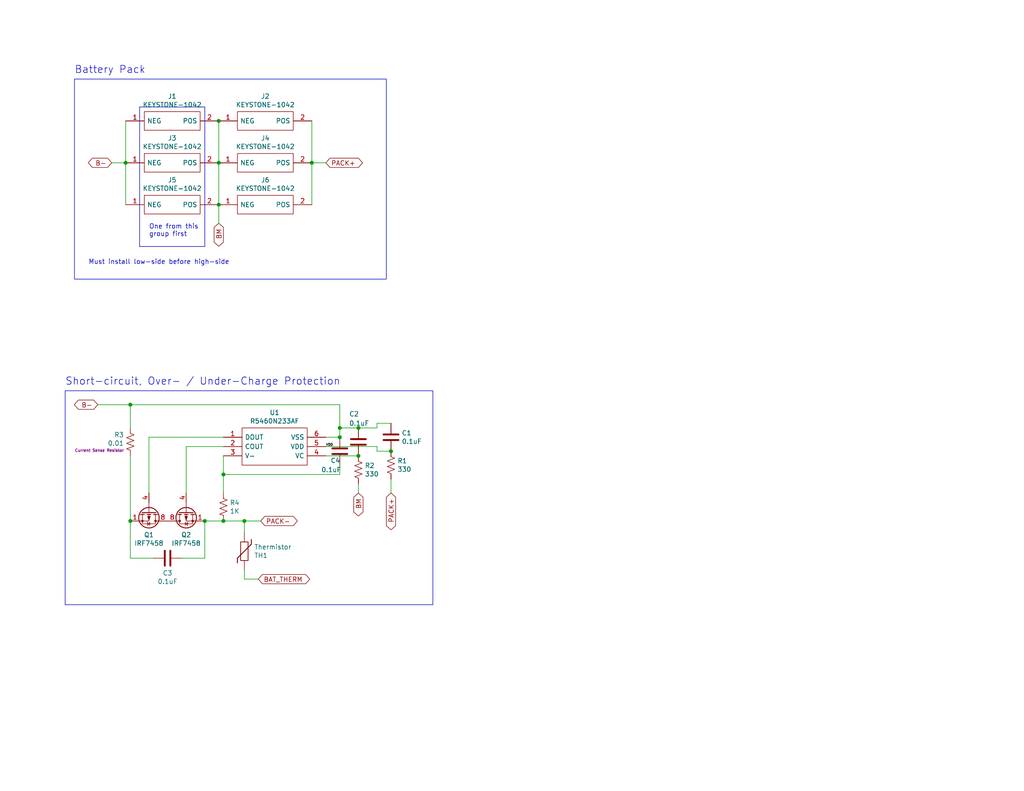
<source format=kicad_sch>
(kicad_sch (version 20230121) (generator eeschema)
  (paper "USLetter")
  (title_block (title "2S3P Power Board with Monitoring") (date "2023-10-30") (rev "v1.0") (company "TVSC") (comment 1 "See https://pycubed.org/ for details.") (comment 2 "Originally based on PyCubed Battery Board"))
  (lib_symbols
    (symbol "Device:C" (pin_numbers hide) (pin_names (offset 0.254))
      (property "Reference" "C" (at 0.635 2.54 0))
      (property "Value" "C" (at 0.635 -2.54 0))
      (symbol "C_0_1"
        (polyline (pts (xy -2.032 -0.762) (xy 2.032 -0.762)) (stroke (width 0.508)))
        (polyline (pts (xy -2.032 0.762) (xy 2.032 0.762)) (stroke (width 0.508)))
      )
      (symbol "C_1_1"
        (pin passive line (at 0 3.81 270) (length 2.794) (name "~") (number "1"))
        (pin passive line (at 0 -3.81 90) (length 2.794) (name "~") (number "2"))
      )
    )
    (symbol "Device:R_US" (pin_numbers hide) (pin_names (offset 0))
      (property "Reference" "R" (at 2.54 0 90))
      (property "Value" "R_US" (at -2.54 0 90))
      (symbol "R_US_0_1"
        (polyline (pts (xy 0 -2.286) (xy 0 -2.54)))
        (polyline (pts (xy 0 2.286) (xy 0 2.54)))
        (polyline (pts (xy 0 -0.762) (xy 1.016 -1.143) (xy 0 -1.524) (xy -1.016 -1.905) (xy 0 -2.286)))
        (polyline (pts (xy 0 0.762) (xy 1.016 0.381) (xy 0 0) (xy -1.016 -0.381) (xy 0 -0.762)))
        (polyline (pts (xy 0 2.286) (xy 1.016 1.905) (xy 0 1.524) (xy -1.016 1.143) (xy 0 0.762)))
      )
      (symbol "R_US_1_1"
        (pin passive line (at 0 3.81 270) (length 1.27) (name "~") (number "1"))
        (pin passive line (at 0 -3.81 90) (length 1.27) (name "~") (number "2"))
      )
    )
    (symbol "Device:Thermistor" (pin_numbers hide) (pin_names (offset 0))
      (property "Reference" "TH" (at 2.54 1.27 90))
      (property "Value" "Thermistor" (at -2.54 0 90))
      (symbol "Thermistor_0_1"
        (rectangle (start -1.016 2.54) (end 1.016 -2.54) (stroke (width 0.2032)))
        (polyline (pts (xy -1.905 3.175) (xy -1.905 1.905) (xy 1.905 -1.905) (xy 1.905 -3.175) (xy 1.905 -3.175)) (stroke (width 0.254)))
      )
      (symbol "Thermistor_1_1"
        (pin passive line (at 0 5.08 270) (length 2.54) (name "~") (number "1"))
        (pin passive line (at 0 -5.08 90) (length 2.54) (name "~") (number "2"))
      )
    )
    (symbol "Transistor_FET:IRF7404" (pin_names hide)
      (property "Reference" "Q" (at 5.08 1.905 0))
      (property "Value" "IRF7404" (at 5.08 0 0))
      (symbol "IRF7404_0_1"
        (polyline (pts (xy 0.254 0) (xy -2.54 0)))
        (polyline (pts (xy 0.254 1.905) (xy 0.254 -1.905)) (stroke (width 0.254)))
        (polyline (pts (xy 0.762 -1.27) (xy 0.762 -2.286)) (stroke (width 0.254)))
        (polyline (pts (xy 0.762 0.508) (xy 0.762 -0.508)) (stroke (width 0.254)))
        (polyline (pts (xy 0.762 2.286) (xy 0.762 1.27)) (stroke (width 0.254)))
        (polyline (pts (xy 2.54 2.54) (xy 2.54 1.778)))
        (polyline (pts (xy 2.54 -2.54) (xy 2.54 0) (xy 0.762 0)))
        (polyline (pts (xy 0.762 1.778) (xy 3.302 1.778) (xy 3.302 -1.778) (xy 0.762 -1.778)))
        (polyline (pts (xy 2.286 0) (xy 1.27 0.381) (xy 1.27 -0.381) (xy 2.286 0)) (fill (type outline)))
        (polyline (pts (xy 2.794 -0.508) (xy 2.921 -0.381) (xy 3.683 -0.381) (xy 3.81 -0.254)))
        (polyline (pts (xy 3.302 -0.381) (xy 2.921 0.254) (xy 3.683 0.254) (xy 3.302 -0.381)))
        (circle (center 1.651 0) (radius 2.794) (stroke (width 0.254)))
        (circle (center 2.54 -1.778) (radius 0.254) (fill (type outline)))
        (circle (center 2.54 1.778) (radius 0.254) (fill (type outline)))
      )
      (symbol "IRF7404_1_1"
        (pin passive line (at 2.54 -5.08 90) (length 2.54) (name "S") (number "1"))
        (pin passive line (at 2.54 -5.08 90) (length 2.54) hide (name "S") (number "2"))
        (pin passive line (at 2.54 -5.08 90) (length 2.54) hide (name "S") (number "3"))
        (pin passive line (at -5.08 0 0) (length 2.54) (name "G") (number "4"))
        (pin passive line (at 2.54 5.08 270) (length 2.54) hide (name "D") (number "5"))
        (pin passive line (at 2.54 5.08 270) (length 2.54) hide (name "D") (number "6"))
        (pin passive line (at 2.54 5.08 270) (length 2.54) hide (name "D") (number "7"))
        (pin passive line (at 2.54 5.08 270) (length 2.54) (name "D") (number "8"))
      )
    )
    (symbol "batteryboard-rescue:1042-symbols" (pin_names (offset 0.762))
      (property "Reference" "J" (at 11.43 6.35 0))
      (property "Value" "1042-symbols" (at 10.16 3.81 0))
      (symbol "1042-symbols_0_0"
        (pin unspecified line (at 0 0 0) (length 5.08) (name "NEG") (number "1"))
        (pin unspecified line (at 25.4 0 180) (length 5.08) (name "POS") (number "2"))
      )
      (symbol "1042-symbols_0_1"
        (polyline (pts (xy 5.08 2.54) (xy 20.32 2.54) (xy 20.32 -2.54) (xy 5.08 -2.54) (xy 5.08 2.54)) (stroke (width 0.1524)))
      )
    )
    (symbol "batteryboard-rescue:R5460N233AF-symbols" (pin_names (offset 0.762))
      (property "Reference" "U" (at 12.7 3.81 0))
      (property "Value" "R5460N233AF-symbols" (at 7.62 -8.89 0))
      (symbol "R5460N233AF-symbols_0_0"
        (pin unspecified line (at 0 0 0) (length 5.08) (name "DOUT") (number "1"))
        (pin unspecified line (at 0 -2.54 0) (length 5.08) (name "COUT") (number "2"))
        (pin unspecified line (at 0 -5.08 0) (length 5.08) (name "V-") (number "3"))
        (pin unspecified line (at 27.94 -5.08 180) (length 5.08) (name "VC") (number "4"))
        (pin unspecified line (at 27.94 -2.54 180) (length 5.08) (name "VDD") (number "5"))
        (pin unspecified line (at 27.94 0 180) (length 5.08) (name "VSS") (number "6"))
      )
      (symbol "R5460N233AF-symbols_0_1"
        (polyline (pts (xy 5.08 2.54) (xy 22.86 2.54) (xy 22.86 -7.62) (xy 5.08 -7.62) (xy 5.08 2.54)) (stroke (width 0.1524)))
      )
    )
  )
  (junction (at 92.71 119.38))
  (junction (at 106.68 123.19))
  (junction (at 59.69 44.45))
  (junction (at 59.69 33.02))
  (junction (at 35.56 142.24))
  (junction (at 55.88 142.24))
  (junction (at 34.29 44.45))
  (junction (at 85.09 44.45))
  (junction (at 66.675 142.24))
  (junction (at 59.69 55.88))
  (junction (at 60.96 142.24))
  (junction (at 92.71 116.84))
  (junction (at 60.96 129.54))
  (junction (at 97.79 124.46))
  (junction (at 35.56 110.49))
  (junction (at 97.79 116.84))
  (wire (pts (xy 35.56 110.49) (xy 26.67 110.49)))
  (wire (pts (xy 102.87 115.57) (xy 106.68 115.57)))
  (wire (pts (xy 60.96 129.54) (xy 60.96 124.46)))
  (wire (pts (xy 35.56 110.49) (xy 35.56 116.84)))
  (wire (pts (xy 59.69 55.88) (xy 59.69 60.96)))
  (wire (pts (xy 92.71 116.84) (xy 97.79 116.84)))
  (wire (pts (xy 50.8 121.92) (xy 60.96 121.92)))
  (wire (pts (xy 66.675 155.575) (xy 66.675 158.115)))
  (wire (pts (xy 55.88 142.24) (xy 60.96 142.24)))
  (wire (pts (xy 49.53 152.4) (xy 55.88 152.4)))
  (wire (pts (xy 92.71 116.84) (xy 92.71 110.49)))
  (wire (pts (xy 97.79 116.84) (xy 102.87 116.84)))
  (wire (pts (xy 85.09 55.88) (xy 85.09 44.45)))
  (wire (pts (xy 34.29 55.88) (xy 34.29 44.45)))
  (wire (pts (xy 66.675 158.115) (xy 70.485 158.115)))
  (wire (pts (xy 59.69 44.45) (xy 59.69 55.88)))
  (wire (pts (xy 92.71 116.84) (xy 92.71 119.38)))
  (wire (pts (xy 40.64 119.38) (xy 60.96 119.38)))
  (wire (pts (xy 59.69 33.02) (xy 59.69 44.45)))
  (polyline (pts (xy 38.1 29.21) (xy 55.88 29.21)))
  (wire (pts (xy 102.87 123.19) (xy 106.68 123.19)))
  (wire (pts (xy 106.68 134.62) (xy 106.68 130.81)))
  (polyline (pts (xy 55.88 67.31) (xy 38.1 67.31)))
  (wire (pts (xy 66.675 142.24) (xy 60.96 142.24)))
  (polyline (pts (xy 55.88 29.21) (xy 55.88 67.31)))
  (wire (pts (xy 102.87 121.92) (xy 102.87 123.19)))
  (wire (pts (xy 97.79 134.62) (xy 97.79 132.08)))
  (wire (pts (xy 55.88 152.4) (xy 55.88 142.24)))
  (wire (pts (xy 50.8 121.92) (xy 50.8 134.62)))
  (wire (pts (xy 35.56 142.24) (xy 35.56 124.46)))
  (wire (pts (xy 92.71 127) (xy 92.71 129.54)))
  (wire (pts (xy 41.91 152.4) (xy 35.56 152.4)))
  (wire (pts (xy 66.675 142.24) (xy 66.675 145.415)))
  (wire (pts (xy 88.9 124.46) (xy 97.79 124.46)))
  (wire (pts (xy 60.96 134.62) (xy 60.96 129.54)))
  (wire (pts (xy 92.71 110.49) (xy 35.56 110.49)))
  (polyline (pts (xy 38.1 67.31) (xy 38.1 29.21)))
  (wire (pts (xy 34.29 44.45) (xy 34.29 33.02)))
  (wire (pts (xy 102.87 116.84) (xy 102.87 115.57)))
  (wire (pts (xy 71.12 142.24) (xy 66.675 142.24)))
  (wire (pts (xy 85.09 44.45) (xy 88.9 44.45)))
  (wire (pts (xy 35.56 152.4) (xy 35.56 142.24)))
  (wire (pts (xy 40.64 134.62) (xy 40.64 119.38)))
  (wire (pts (xy 30.48 44.45) (xy 34.29 44.45)))
  (wire (pts (xy 88.9 119.38) (xy 92.71 119.38)))
  (wire (pts (xy 88.9 121.92) (xy 102.87 121.92)))
  (wire (pts (xy 85.09 44.45) (xy 85.09 33.02)))
  (wire (pts (xy 92.71 129.54) (xy 60.96 129.54)))
  (rectangle (start 17.78 106.68) (end 118.11 165.1))
  (rectangle (start 20.32 21.59) (end 105.41 76.2))
  (text "Must install low-side before high-side" (at 24.13 72.39 0) (effects (font (size 1.27 1.27)) (justify left bottom)))
  (text "Short-circuit, Over- / Under-Charge Protection" (at 17.78 105.41 0) (effects (font (size 2 2)) (justify left bottom)))
  (text "Battery Pack" (at 20.32 20.32 0) (effects (font (size 2 2)) (justify left bottom)))
  (text "One from this \ngroup first" (at 40.64 64.77 0) (effects (font (size 1.27 1.27)) (justify left bottom)))
  (label "VDD" (at 88.9 121.92 0) (effects (font (size 0.635 0.635))))
  (global_label "PACK+" (shape bidirectional) (at 106.68 134.62 270) (property "Intersheetrefs" "${INTERSHEET_REFS}" (effects hide)))
  (global_label "PACK+" (shape bidirectional) (at 88.9 44.45 0) (property "Intersheetrefs" "${INTERSHEET_REFS}" (effects hide)))
  (global_label "B-" (shape bidirectional) (at 30.48 44.45 180) (property "Intersheetrefs" "${INTERSHEET_REFS}" (effects hide)))
  (global_label "B-" (shape bidirectional) (at 26.67 110.49 180) (property "Intersheetrefs" "${INTERSHEET_REFS}" (effects hide)))
  (global_label "BM" (shape bidirectional) (at 97.79 134.62 270) (property "Intersheetrefs" "${INTERSHEET_REFS}" (effects hide)))
  (global_label "BM" (shape bidirectional) (at 59.69 60.96 270) (property "Intersheetrefs" "${INTERSHEET_REFS}" (effects hide)))
  (global_label "PACK-" (shape bidirectional) (at 71.12 142.24 0) (property "Intersheetrefs" "${INTERSHEET_REFS}" (effects hide)))
  (global_label "BAT_THERM" (shape bidirectional) (at 70.485 158.115 0) (property "Intersheetrefs" "${INTERSHEET_REFS}" (effects hide)))
  (symbol (lib_id "batteryboard-rescue:1042-symbols") (at 34.29 44.45 0) (unit 1)
    (property "Reference" "J3" (at 46.99 37.719 0))
    (property "Value" "KEYSTONE-1042" (at 46.99 40.0304 0))
    (property "Footprint" "custom-footprints:KEYSTONE-1042" (effects hide))
    (property "Datasheet" "http://www.mouser.com/ds/2/215/042-744829.pdf" (effects hide))
    (property "Description" "Cylindrical Battery Contacts, Clips, Holders & Springs 18650 S/M PC BATTERY HOLDER" (effects hide))
    (property "Manufacturer_Name" "Keystone Electronics" (effects hide))
    (property "Manufacturer_Part_Number" "1042" (effects hide))
    (property "Mouser Part Number" "534-1042" (effects hide))
    (property "Mouser Price/Stock" "https://www.mouser.com/Search/Refine.aspx?Keyword=534-1042" (effects hide))
    (instances (project "batteryboard" (path "" (reference "J3") (unit 1))) (project "2S3P Power Board" (path "" (reference "J2") (unit 1)) (path "" (reference "J3") (unit 1))))
  )
  (symbol (lib_id "Transistor_FET:IRF7404") (at 50.8 139.7 90) (mirror x) (unit 1)
    (property "Reference" "Q2" (at 50.8 146.0246 90))
    (property "Value" "IRF7458" (at 50.8 148.336 90))
    (property "Footprint" "Package_SO:SOIC-8_3.9x4.9mm_P1.27mm" (effects hide))
    (property "Datasheet" "http://www.infineon.com/dgdl/irf7404.pdf?fileId=5546d462533600a4015355fa2b5b1b9e" (effects hide))
  )
  (symbol (lib_id "batteryboard-rescue:R5460N233AF-symbols") (at 60.96 119.38 0) (unit 1)
    (property "Reference" "U1" (at 74.93 112.649 0))
    (property "Value" "R5460N233AF" (at 74.93 114.9604 0))
    (property "Footprint" "custom-footprints:SOT95P280X130-6N" (effects hide))
    (property "Datasheet" "http://www.mouser.com/datasheet/2/792/r5460-e-1085730.pdf" (effects hide))
    (property "Description" "Battery Management 2-Cell Li-ion Protection IC" (effects hide))
    (property "Height" "1.3" (effects hide))
    (property "Manufacturer_Name" "Ricoh Electronic Devices Company" (effects hide))
    (property "Manufacturer_Part_Number" "R5460N233AF-TR-FE" (effects hide))
    (property "Mouser Part Number" "848-R5460N233AFTRFE" (effects hide))
    (property "Mouser Price/Stock" "https://www.mouser.com/Search/Refine.aspx?Keyword=848-R5460N233AFTRFE" (effects hide))
  )
  (symbol (lib_id "Device:R_US") (at 106.68 127 180) (unit 1)
    (property "Reference" "R1" (at 108.4072 125.8316 0) (effects (justify right)))
    (property "Value" "330" (at 108.4072 128.143 0) (effects (justify right)))
    (property "Footprint" "Resistor_SMD:R_0603_1608Metric" (effects hide))
    (instances (project "batteryboard" (path "" (reference "R1") (unit 1))) (project "2S3P Power Board" (path "" (reference "R4") (unit 1)) (path "" (reference "R4") (unit 1)) (path "" (reference "R4") (unit 1))))
  )
  (symbol (lib_id "batteryboard-rescue:1042-symbols") (at 59.69 33.02 0) (unit 1)
    (property "Reference" "J2" (at 72.39 26.289 0))
    (property "Value" "KEYSTONE-1042" (at 72.39 28.6004 0))
    (property "Footprint" "custom-footprints:KEYSTONE-1042" (effects hide))
    (property "Datasheet" "http://www.mouser.com/ds/2/215/042-744829.pdf" (effects hide))
    (property "Description" "Cylindrical Battery Contacts, Clips, Holders & Springs 18650 S/M PC BATTERY HOLDER" (effects hide))
    (property "Manufacturer_Name" "Keystone Electronics" (effects hide))
    (property "Manufacturer_Part_Number" "1042" (effects hide))
    (property "Mouser Part Number" "534-1042" (effects hide))
    (property "Mouser Price/Stock" "https://www.mouser.com/Search/Refine.aspx?Keyword=534-1042" (effects hide))
    (instances (project "batteryboard" (path "" (reference "J2") (unit 1))) (project "2S3P Power Board" (path "" (reference "J4") (unit 1)) (path "" (reference "J2") (unit 1))))
  )
  (symbol (lib_id "Device:Thermistor") (at 66.675 150.495 0) (mirror x) (unit 1)
    (property "Reference" "TH1" (at 69.342 151.6634 0) (effects (justify left)))
    (property "Value" "Thermistor" (at 69.342 149.352 0) (effects (justify left)))
    (property "Footprint" "Resistor_THT:R_Axial_DIN0204_L3.6mm_D1.6mm_P5.08mm_Vertical" (effects hide))
  )
  (symbol (lib_id "Device:C") (at 92.71 123.19 0) (unit 1)
    (property "Reference" "C4" (at 90.17 125.73 0) (effects (justify left)))
    (property "Value" "0.1uF" (at 87.63 128.27 0) (effects (justify left)))
    (property "Footprint" "Capacitor_SMD:C_0603_1608Metric" (effects hide))
    (instances (project "batteryboard" (path "" (reference "C4") (unit 1))) (project "2S3P Power Board" (path "" (reference "C2") (unit 1)) (path "" (reference "C2") (unit 1)) (path "" (reference "C2") (unit 1))))
  )
  (symbol (lib_id "Device:R_US") (at 97.79 128.27 180) (unit 1)
    (property "Reference" "R2" (at 99.5172 127.1016 0) (effects (justify right)))
    (property "Value" "330" (at 99.5172 129.413 0) (effects (justify right)))
    (property "Footprint" "Resistor_SMD:R_0603_1608Metric" (effects hide))
    (instances (project "batteryboard" (path "" (reference "R2") (unit 1))) (project "2S3P Power Board" (path "" (reference "R3") (unit 1)) (path "" (reference "R3") (unit 1)) (path "" (reference "R3") (unit 1))))
  )
  (symbol (lib_id "Device:C") (at 45.72 152.4 90) (unit 1)
    (property "Reference" "C3" (at 45.72 156.464 90))
    (property "Value" "0.1uF" (at 45.72 158.7754 90))
    (property "Footprint" "Capacitor_SMD:C_0603_1608Metric" (effects hide))
    (instances (project "batteryboard" (path "" (reference "C3") (unit 1))) (project "2S3P Power Board" (path "" (reference "C1") (unit 1)) (path "" (reference "C1") (unit 1)) (path "" (reference "C1") (unit 1))))
  )
  (symbol (lib_id "Transistor_FET:IRF7404") (at 40.64 139.7 270) (unit 1)
    (property "Reference" "Q1" (at 40.64 146.0246 90))
    (property "Value" "IRF7458" (at 40.64 148.336 90))
    (property "Footprint" "Package_SO:SOIC-8_3.9x4.9mm_P1.27mm" (effects hide))
    (property "Datasheet" "http://www.infineon.com/dgdl/irf7404.pdf?fileId=5546d462533600a4015355fa2b5b1b9e" (effects hide))
  )
  (symbol (lib_id "Device:R_US") (at 60.96 138.43 0) (unit 1)
    (property "Reference" "R4" (at 62.6872 137.2616 0) (effects (justify left)))
    (property "Value" "1K" (at 62.6872 139.573 0) (effects (justify left)))
    (property "Footprint" "Resistor_SMD:R_0603_1608Metric" (effects hide))
    (property "Manufacturer_Part_Number" "LR2512-23R010F4" (effects hide))
    (instances (project "batteryboard" (path "" (reference "R4") (unit 1))) (project "2S3P Power Board" (path "" (reference "R2") (unit 1)) (path "" (reference "R2") (unit 1)) (path "" (reference "R2") (unit 1))))
  )
  (symbol (lib_id "Device:R_US") (at 35.56 120.65 0) (unit 1)
    (property "Reference" "R3" (at 33.8328 118.7196 0) (effects (justify right)))
    (property "Value" "0.01" (at 33.8328 121.031 0) (effects (justify right)))
    (property "Footprint" "Resistor_SMD:R_2512_6332Metric" (effects hide))
    (property "PN" "Current Sense Resistor" (at 33.8328 122.9614 0) (effects (font (size 0.762 0.762)) (justify right)))
    (instances (project "batteryboard" (path "" (reference "R3") (unit 1))) (project "2S3P Power Board" (path "" (reference "R1") (unit 1)) (path "" (reference "R1") (unit 1)) (path "" (reference "R1") (unit 1))))
  )
  (symbol (lib_id "batteryboard-rescue:1042-symbols") (at 59.69 44.45 0) (unit 1)
    (property "Reference" "J4" (at 72.39 37.719 0))
    (property "Value" "KEYSTONE-1042" (at 72.39 40.0304 0))
    (property "Footprint" "custom-footprints:KEYSTONE-1042" (effects hide))
    (property "Datasheet" "http://www.mouser.com/ds/2/215/042-744829.pdf" (effects hide))
    (property "Description" "Cylindrical Battery Contacts, Clips, Holders & Springs 18650 S/M PC BATTERY HOLDER" (effects hide))
    (property "Manufacturer_Name" "Keystone Electronics" (effects hide))
    (property "Manufacturer_Part_Number" "1042" (effects hide))
    (property "Mouser Part Number" "534-1042" (effects hide))
    (property "Mouser Price/Stock" "https://www.mouser.com/Search/Refine.aspx?Keyword=534-1042" (effects hide))
    (instances (project "batteryboard" (path "" (reference "J4") (unit 1))) (project "2S3P Power Board" (path "" (reference "J5") (unit 1)) (path "" (reference "J4") (unit 1))))
  )
  (symbol (lib_id "batteryboard-rescue:1042-symbols") (at 59.69 55.88 0) (unit 1)
    (property "Reference" "J6" (at 72.39 49.149 0))
    (property "Value" "KEYSTONE-1042" (at 72.39 51.4604 0))
    (property "Footprint" "custom-footprints:KEYSTONE-1042" (effects hide))
    (property "Datasheet" "http://www.mouser.com/ds/2/215/042-744829.pdf" (effects hide))
    (property "Description" "Cylindrical Battery Contacts, Clips, Holders & Springs 18650 S/M PC BATTERY HOLDER" (effects hide))
    (property "Manufacturer_Name" "Keystone Electronics" (effects hide))
    (property "Manufacturer_Part_Number" "1042" (effects hide))
    (property "Mouser Part Number" "534-1042" (effects hide))
    (property "Mouser Price/Stock" "https://www.mouser.com/Search/Refine.aspx?Keyword=534-1042" (effects hide))
  )
  (symbol (lib_id "Device:C") (at 106.68 119.38 0) (unit 1)
    (property "Reference" "C1" (at 109.601 118.2116 0) (effects (justify left)))
    (property "Value" "0.1uF" (at 109.601 120.523 0) (effects (justify left)))
    (property "Footprint" "Capacitor_SMD:C_0603_1608Metric" (effects hide))
    (instances (project "batteryboard" (path "" (reference "C1") (unit 1))) (project "2S3P Power Board" (path "" (reference "C4") (unit 1)) (path "" (reference "C4") (unit 1)) (path "" (reference "C4") (unit 1))))
  )
  (symbol (lib_id "batteryboard-rescue:1042-symbols") (at 34.29 55.88 0) (unit 1)
    (property "Reference" "J5" (at 46.99 49.149 0))
    (property "Value" "KEYSTONE-1042" (at 46.99 51.4604 0))
    (property "Footprint" "custom-footprints:KEYSTONE-1042" (effects hide))
    (property "Datasheet" "http://www.mouser.com/ds/2/215/042-744829.pdf" (effects hide))
    (property "Description" "Cylindrical Battery Contacts, Clips, Holders & Springs 18650 S/M PC BATTERY HOLDER" (effects hide))
    (property "Manufacturer_Name" "Keystone Electronics" (effects hide))
    (property "Manufacturer_Part_Number" "1042" (effects hide))
    (property "Mouser Part Number" "534-1042" (effects hide))
    (property "Mouser Price/Stock" "https://www.mouser.com/Search/Refine.aspx?Keyword=534-1042" (effects hide))
    (instances (project "batteryboard" (path "" (reference "J5") (unit 1))) (project "2S3P Power Board" (path "" (reference "J3") (unit 1)) (path "" (reference "J5") (unit 1))))
  )
  (symbol (lib_id "Device:C") (at 97.79 120.65 0) (unit 1)
    (property "Reference" "C2" (at 95.25 113.03 0) (effects (justify left)))
    (property "Value" "0.1uF" (at 95.25 115.57 0) (effects (justify left)))
    (property "Footprint" "Capacitor_SMD:C_0603_1608Metric" (effects hide))
    (instances (project "batteryboard" (path "" (reference "C2") (unit 1))) (project "2S3P Power Board" (path "" (reference "C3") (unit 1)) (path "" (reference "C3") (unit 1)) (path "" (reference "C3") (unit 1))))
  )
  (symbol (lib_id "batteryboard-rescue:1042-symbols") (at 34.29 33.02 0) (unit 1)
    (property "Reference" "J1" (at 46.99 26.289 0))
    (property "Value" "KEYSTONE-1042" (at 46.99 28.6004 0))
    (property "Footprint" "custom-footprints:KEYSTONE-1042" (effects hide))
    (property "Datasheet" "http://www.mouser.com/ds/2/215/042-744829.pdf" (effects hide))
    (property "Description" "Cylindrical Battery Contacts, Clips, Holders & Springs 18650 S/M PC BATTERY HOLDER" (effects hide))
    (property "Manufacturer_Name" "Keystone Electronics" (effects hide))
    (property "Manufacturer_Part_Number" "1042" (effects hide))
    (property "Mouser Part Number" "534-1042" (effects hide))
    (property "Mouser Price/Stock" "https://www.mouser.com/Search/Refine.aspx?Keyword=534-1042" (effects hide))
  )
)
</source>
